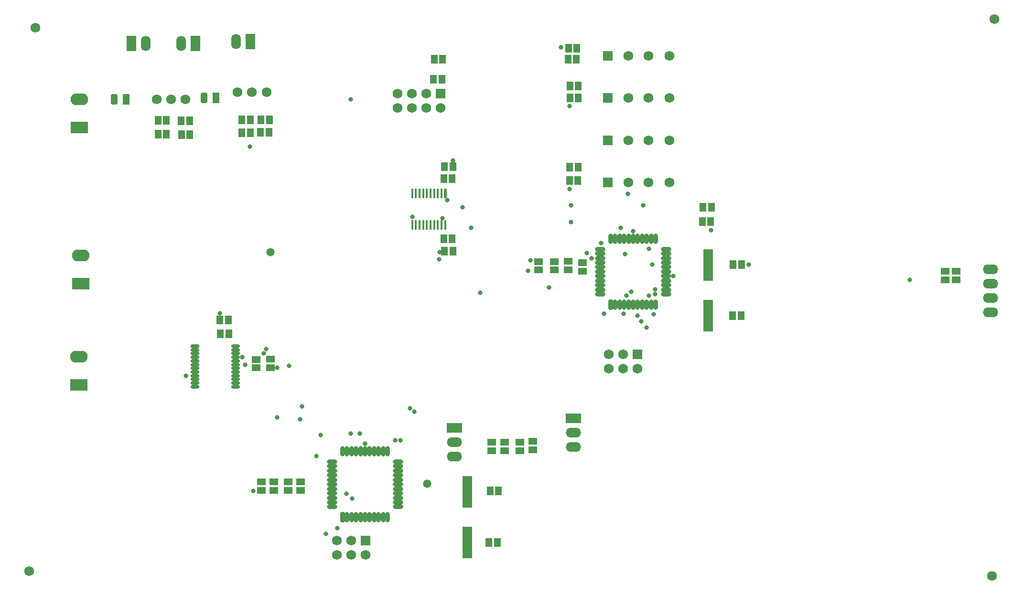
<source format=gts>
G04 Layer_Color=8388736*
%FSLAX44Y44*%
%MOMM*%
G71*
G01*
G75*
G04:AMPARAMS|DCode=43|XSize=1.2532mm|YSize=1.9032mm|CornerRadius=0.3641mm|HoleSize=0mm|Usage=FLASHONLY|Rotation=0.000|XOffset=0mm|YOffset=0mm|HoleType=Round|Shape=RoundedRectangle|*
%AMROUNDEDRECTD43*
21,1,1.2532,1.1750,0,0,0.0*
21,1,0.5250,1.9032,0,0,0.0*
1,1,0.7282,0.2625,-0.5875*
1,1,0.7282,-0.2625,-0.5875*
1,1,0.7282,-0.2625,0.5875*
1,1,0.7282,0.2625,0.5875*
%
%ADD43ROUNDEDRECTD43*%
%ADD44R,1.2532X1.9032*%
%ADD45O,0.8032X1.8532*%
%ADD46O,1.8532X0.8032*%
G04:AMPARAMS|DCode=47|XSize=0.8032mm|YSize=1.8532mm|CornerRadius=0.2516mm|HoleSize=0mm|Usage=FLASHONLY|Rotation=180.000|XOffset=0mm|YOffset=0mm|HoleType=Round|Shape=RoundedRectangle|*
%AMROUNDEDRECTD47*
21,1,0.8032,1.3500,0,0,180.0*
21,1,0.3000,1.8532,0,0,180.0*
1,1,0.5032,-0.1500,0.6750*
1,1,0.5032,0.1500,0.6750*
1,1,0.5032,0.1500,-0.6750*
1,1,0.5032,-0.1500,-0.6750*
%
%ADD47ROUNDEDRECTD47*%
%ADD48R,1.7032X5.7032*%
%ADD49O,1.6032X0.6032*%
G04:AMPARAMS|DCode=50|XSize=0.6032mm|YSize=1.6032mm|CornerRadius=0.2016mm|HoleSize=0mm|Usage=FLASHONLY|Rotation=90.000|XOffset=0mm|YOffset=0mm|HoleType=Round|Shape=RoundedRectangle|*
%AMROUNDEDRECTD50*
21,1,0.6032,1.2000,0,0,90.0*
21,1,0.2000,1.6032,0,0,90.0*
1,1,0.4032,0.6000,0.1000*
1,1,0.4032,0.6000,-0.1000*
1,1,0.4032,-0.6000,-0.1000*
1,1,0.4032,-0.6000,0.1000*
%
%ADD50ROUNDEDRECTD50*%
%ADD51R,0.4532X1.7532*%
G04:AMPARAMS|DCode=52|XSize=0.4532mm|YSize=1.7532mm|CornerRadius=0.1641mm|HoleSize=0mm|Usage=FLASHONLY|Rotation=180.000|XOffset=0mm|YOffset=0mm|HoleType=Round|Shape=RoundedRectangle|*
%AMROUNDEDRECTD52*
21,1,0.4532,1.4250,0,0,180.0*
21,1,0.1250,1.7532,0,0,180.0*
1,1,0.3282,-0.0625,0.7125*
1,1,0.3282,0.0625,0.7125*
1,1,0.3282,0.0625,-0.7125*
1,1,0.3282,-0.0625,-0.7125*
%
%ADD52ROUNDEDRECTD52*%
%ADD53R,1.3032X1.6032*%
%ADD54R,1.6032X1.3032*%
%ADD55C,1.7272*%
%ADD56R,1.7272X1.7272*%
%ADD57O,2.7032X1.7272*%
%ADD58O,2.7032X1.7032*%
%ADD59O,1.7272X2.7032*%
%ADD60R,1.7272X2.7032*%
%ADD61R,2.7032X1.7272*%
%ADD62R,3.1032X2.1032*%
%ADD63O,3.1032X2.1032*%
%ADD64C,0.8382*%
%ADD65C,1.4732*%
D43*
X172500Y870000D02*
D03*
X331500Y872500D02*
D03*
D44*
X193500Y870000D02*
D03*
X352500Y872500D02*
D03*
D45*
X585000Y129250D02*
D03*
X593000D02*
D03*
X601000D02*
D03*
X609000D02*
D03*
X617000D02*
D03*
X625000D02*
D03*
X633000D02*
D03*
X641000D02*
D03*
X649000D02*
D03*
X657000D02*
D03*
Y245750D02*
D03*
X649000D02*
D03*
X641000D02*
D03*
X633000D02*
D03*
X625000D02*
D03*
X617000D02*
D03*
X609000D02*
D03*
X601000D02*
D03*
X593000D02*
D03*
X585000D02*
D03*
X577000D02*
D03*
X1060000Y506250D02*
D03*
X1068000D02*
D03*
X1076000D02*
D03*
X1084000D02*
D03*
X1092000D02*
D03*
X1100000D02*
D03*
X1108000D02*
D03*
X1116000D02*
D03*
X1124000D02*
D03*
X1132000D02*
D03*
Y622750D02*
D03*
X1124000D02*
D03*
X1116000D02*
D03*
X1108000D02*
D03*
X1100000D02*
D03*
X1092000D02*
D03*
X1084000D02*
D03*
X1076000D02*
D03*
X1068000D02*
D03*
X1060000D02*
D03*
X1052000D02*
D03*
D46*
X675250Y147500D02*
D03*
Y155500D02*
D03*
Y163500D02*
D03*
Y171500D02*
D03*
Y179500D02*
D03*
Y187500D02*
D03*
Y195500D02*
D03*
Y203500D02*
D03*
Y211500D02*
D03*
Y219500D02*
D03*
Y227500D02*
D03*
X558750D02*
D03*
Y219500D02*
D03*
Y211500D02*
D03*
Y203500D02*
D03*
Y195500D02*
D03*
Y187500D02*
D03*
Y179500D02*
D03*
Y171500D02*
D03*
Y163500D02*
D03*
Y155500D02*
D03*
Y147500D02*
D03*
X1150250Y524500D02*
D03*
Y532500D02*
D03*
Y540500D02*
D03*
Y548500D02*
D03*
Y556500D02*
D03*
Y564500D02*
D03*
Y572500D02*
D03*
Y580500D02*
D03*
Y588500D02*
D03*
Y596500D02*
D03*
Y604500D02*
D03*
X1033750D02*
D03*
Y596500D02*
D03*
Y588500D02*
D03*
Y580500D02*
D03*
Y572500D02*
D03*
Y564500D02*
D03*
Y556500D02*
D03*
Y548500D02*
D03*
Y540500D02*
D03*
Y532500D02*
D03*
Y524500D02*
D03*
D47*
X577000Y129250D02*
D03*
X1052000Y506250D02*
D03*
D48*
X1225000Y576500D02*
D03*
Y486500D02*
D03*
X798000Y174500D02*
D03*
Y84500D02*
D03*
D49*
X387500Y360750D02*
D03*
Y367250D02*
D03*
Y373750D02*
D03*
Y380250D02*
D03*
Y386750D02*
D03*
Y393250D02*
D03*
Y399750D02*
D03*
Y406250D02*
D03*
Y412750D02*
D03*
Y419250D02*
D03*
Y425750D02*
D03*
Y432250D02*
D03*
X315500Y360750D02*
D03*
Y367250D02*
D03*
Y373750D02*
D03*
Y380250D02*
D03*
Y386750D02*
D03*
Y393250D02*
D03*
Y399750D02*
D03*
Y406250D02*
D03*
Y412750D02*
D03*
Y419250D02*
D03*
Y425750D02*
D03*
D50*
Y432250D02*
D03*
D51*
X700500Y647500D02*
D03*
X707000D02*
D03*
X713500D02*
D03*
X720000D02*
D03*
X726500D02*
D03*
X733000D02*
D03*
X739500D02*
D03*
X746000D02*
D03*
X752500D02*
D03*
X759000D02*
D03*
X700500Y703500D02*
D03*
X707000D02*
D03*
X713500D02*
D03*
X720000D02*
D03*
X726500D02*
D03*
X733000D02*
D03*
X739500D02*
D03*
X746000D02*
D03*
X752500D02*
D03*
D52*
X759000D02*
D03*
D53*
X446500Y811500D02*
D03*
X431500D02*
D03*
X447500Y833500D02*
D03*
X432500D02*
D03*
X1268500Y486500D02*
D03*
X1283500D02*
D03*
X1269000Y577500D02*
D03*
X1284000D02*
D03*
X1216000Y678500D02*
D03*
X1231000D02*
D03*
X994000Y726500D02*
D03*
X979000D02*
D03*
X995000Y872500D02*
D03*
X980000D02*
D03*
X991500Y941000D02*
D03*
X976500D02*
D03*
X1214500Y653500D02*
D03*
X1229500D02*
D03*
X994500Y749500D02*
D03*
X979500D02*
D03*
X995000Y894000D02*
D03*
X980000D02*
D03*
X992500Y961000D02*
D03*
X977500D02*
D03*
X375500Y454500D02*
D03*
X360500D02*
D03*
X374500Y478500D02*
D03*
X359500D02*
D03*
X836500Y84500D02*
D03*
X851500D02*
D03*
X838500Y175500D02*
D03*
X853500D02*
D03*
X398500Y810500D02*
D03*
X413500D02*
D03*
X398500Y833500D02*
D03*
X413500D02*
D03*
X250000Y808500D02*
D03*
X265000D02*
D03*
X250000Y832500D02*
D03*
X265000D02*
D03*
X306500Y807500D02*
D03*
X291500D02*
D03*
X306000Y832250D02*
D03*
X291000D02*
D03*
X756500Y622500D02*
D03*
X771500D02*
D03*
X757500Y600500D02*
D03*
X772500D02*
D03*
X756500Y729500D02*
D03*
X771500D02*
D03*
X757500Y750500D02*
D03*
X772500D02*
D03*
X754500Y941500D02*
D03*
X739500D02*
D03*
X753500Y905500D02*
D03*
X738500D02*
D03*
D54*
X1644500Y565000D02*
D03*
Y550000D02*
D03*
X1664500Y565000D02*
D03*
Y550000D02*
D03*
X924000Y582500D02*
D03*
Y567500D02*
D03*
X1002000Y580500D02*
D03*
Y565500D02*
D03*
X952000Y582500D02*
D03*
Y567500D02*
D03*
X977000Y583000D02*
D03*
Y568000D02*
D03*
X864000Y262000D02*
D03*
Y247000D02*
D03*
X891000Y262000D02*
D03*
Y247000D02*
D03*
X914000Y263500D02*
D03*
Y248500D02*
D03*
X841000Y262000D02*
D03*
Y247000D02*
D03*
X424000Y409000D02*
D03*
Y394000D02*
D03*
X449000Y409500D02*
D03*
Y394500D02*
D03*
X433000Y191500D02*
D03*
Y176500D02*
D03*
X455000Y191500D02*
D03*
Y176500D02*
D03*
X481000Y192000D02*
D03*
Y177000D02*
D03*
X503000Y192000D02*
D03*
Y177000D02*
D03*
D55*
X1156500Y947500D02*
D03*
X1119500D02*
D03*
X1083500D02*
D03*
X1074600Y417900D02*
D03*
X1049200D02*
D03*
X1100000Y392500D02*
D03*
X1074600D02*
D03*
X1049200D02*
D03*
X247500Y870000D02*
D03*
X299000D02*
D03*
X273250D02*
D03*
X751200Y854600D02*
D03*
X725546D02*
D03*
Y880000D02*
D03*
X699638Y854854D02*
D03*
X700400Y880000D02*
D03*
X675000Y854854D02*
D03*
Y880000D02*
D03*
X567100Y62500D02*
D03*
X592500D02*
D03*
X617900D02*
D03*
X567100Y87900D02*
D03*
X592500D02*
D03*
X1083500Y872500D02*
D03*
X1119500D02*
D03*
X1156500D02*
D03*
Y797500D02*
D03*
X1119500D02*
D03*
X1083500D02*
D03*
Y722500D02*
D03*
X1119500D02*
D03*
X1156500D02*
D03*
X1732500Y1012500D02*
D03*
X1727500Y25000D02*
D03*
X22000Y33500D02*
D03*
X32500Y997500D02*
D03*
X391000Y882500D02*
D03*
X442500D02*
D03*
X416750D02*
D03*
D56*
X1047500Y947500D02*
D03*
X1100000Y417900D02*
D03*
X750946Y880254D02*
D03*
X617900Y87900D02*
D03*
X1047500Y872500D02*
D03*
Y797500D02*
D03*
Y722500D02*
D03*
D57*
X1725000Y542900D02*
D03*
Y517500D02*
D03*
Y568300D02*
D03*
X986000Y279500D02*
D03*
Y254100D02*
D03*
X775000Y261900D02*
D03*
Y236500D02*
D03*
D58*
X1725000Y492100D02*
D03*
D59*
X228700Y969500D02*
D03*
X291000D02*
D03*
X388300Y972500D02*
D03*
D60*
X203300Y969500D02*
D03*
X316400D02*
D03*
X413700Y972500D02*
D03*
D61*
X986000Y304900D02*
D03*
X775000Y287300D02*
D03*
D62*
X110000Y363500D02*
D03*
X113000Y543500D02*
D03*
X110501Y820000D02*
D03*
D63*
X110000Y413500D02*
D03*
X113000Y593500D02*
D03*
X110501Y870000D02*
D03*
D64*
X805000Y642500D02*
D03*
X567500Y110000D02*
D03*
X547750Y100000D02*
D03*
X1582500Y550000D02*
D03*
X910000Y585000D02*
D03*
X1035000Y615000D02*
D03*
X1120000Y605000D02*
D03*
X1070000Y642500D02*
D03*
X1110000Y682500D02*
D03*
X1018500Y588500D02*
D03*
X1010000Y597500D02*
D03*
X1082500Y702500D02*
D03*
X982000Y682000D02*
D03*
Y652500D02*
D03*
X1040000Y490000D02*
D03*
X1075000D02*
D03*
X482000Y397500D02*
D03*
X1230000Y638500D02*
D03*
X979000Y710500D02*
D03*
X979500Y858500D02*
D03*
X964500Y962000D02*
D03*
X906000Y566500D02*
D03*
X943000Y536500D02*
D03*
X754000Y659500D02*
D03*
X790000Y678500D02*
D03*
X821000Y527500D02*
D03*
X1128000Y489500D02*
D03*
X1126000Y577500D02*
D03*
X1078000Y595500D02*
D03*
X1088997Y528498D02*
D03*
X1120000Y522500D02*
D03*
X1116000Y465500D02*
D03*
X703998Y316499D02*
D03*
X680000Y265500D02*
D03*
X594000Y162500D02*
D03*
X1106000Y476500D02*
D03*
X697000Y322500D02*
D03*
X670000Y265500D02*
D03*
X584000Y170500D02*
D03*
X748998Y599498D02*
D03*
X748000Y586500D02*
D03*
X1100000Y486500D02*
D03*
X1131000Y524500D02*
D03*
X763000Y691500D02*
D03*
X701000Y661500D02*
D03*
X1131000Y533500D02*
D03*
X1079997Y522499D02*
D03*
X1297000Y577500D02*
D03*
X1163000Y556500D02*
D03*
X1092000Y636500D02*
D03*
X608000Y277500D02*
D03*
X419000Y175500D02*
D03*
X617000Y259500D02*
D03*
X592000Y277497D02*
D03*
X441999Y427499D02*
D03*
X437250Y419250D02*
D03*
X502000Y302500D02*
D03*
X461250Y306500D02*
D03*
X404750Y399750D02*
D03*
X505250Y325500D02*
D03*
X538000Y274500D02*
D03*
X399750Y412750D02*
D03*
X530250Y237500D02*
D03*
X359500Y491000D02*
D03*
X461000Y394500D02*
D03*
X299250Y380250D02*
D03*
X772500Y762000D02*
D03*
X592000Y870500D02*
D03*
X413000Y786500D02*
D03*
D65*
X449000Y599500D02*
D03*
X727000Y188500D02*
D03*
M02*

</source>
